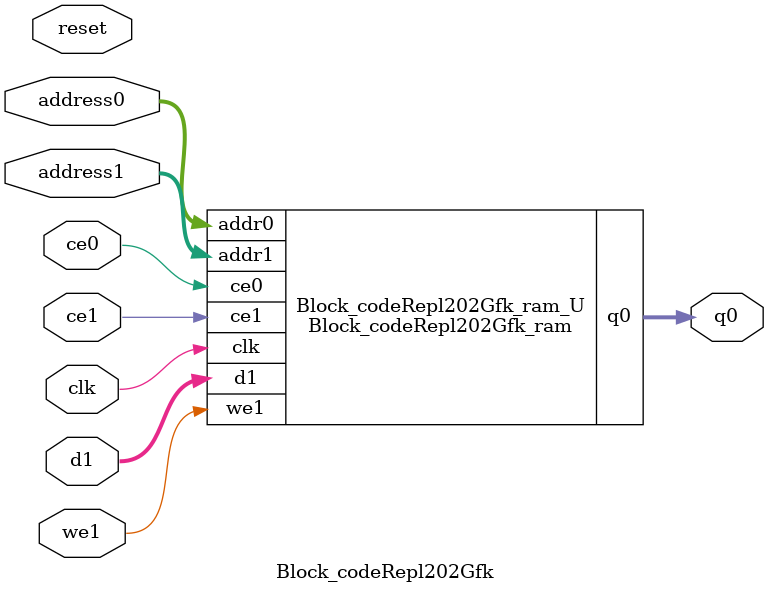
<source format=v>
`timescale 1 ns / 1 ps
module Block_codeRepl202Gfk_ram (addr0, ce0, q0, addr1, ce1, d1, we1,  clk);

parameter DWIDTH = 5;
parameter AWIDTH = 8;
parameter MEM_SIZE = 162;

input[AWIDTH-1:0] addr0;
input ce0;
output reg[DWIDTH-1:0] q0;
input[AWIDTH-1:0] addr1;
input ce1;
input[DWIDTH-1:0] d1;
input we1;
input clk;

(* ram_style = "distributed" *)reg [DWIDTH-1:0] ram[0:MEM_SIZE-1];




always @(posedge clk)  
begin 
    if (ce0) begin
        q0 <= ram[addr0];
    end
end


always @(posedge clk)  
begin 
    if (ce1) begin
        if (we1) 
            ram[addr1] <= d1; 
    end
end


endmodule

`timescale 1 ns / 1 ps
module Block_codeRepl202Gfk(
    reset,
    clk,
    address0,
    ce0,
    q0,
    address1,
    ce1,
    we1,
    d1);

parameter DataWidth = 32'd5;
parameter AddressRange = 32'd162;
parameter AddressWidth = 32'd8;
input reset;
input clk;
input[AddressWidth - 1:0] address0;
input ce0;
output[DataWidth - 1:0] q0;
input[AddressWidth - 1:0] address1;
input ce1;
input we1;
input[DataWidth - 1:0] d1;



Block_codeRepl202Gfk_ram Block_codeRepl202Gfk_ram_U(
    .clk( clk ),
    .addr0( address0 ),
    .ce0( ce0 ),
    .q0( q0 ),
    .addr1( address1 ),
    .ce1( ce1 ),
    .we1( we1 ),
    .d1( d1 ));

endmodule


</source>
